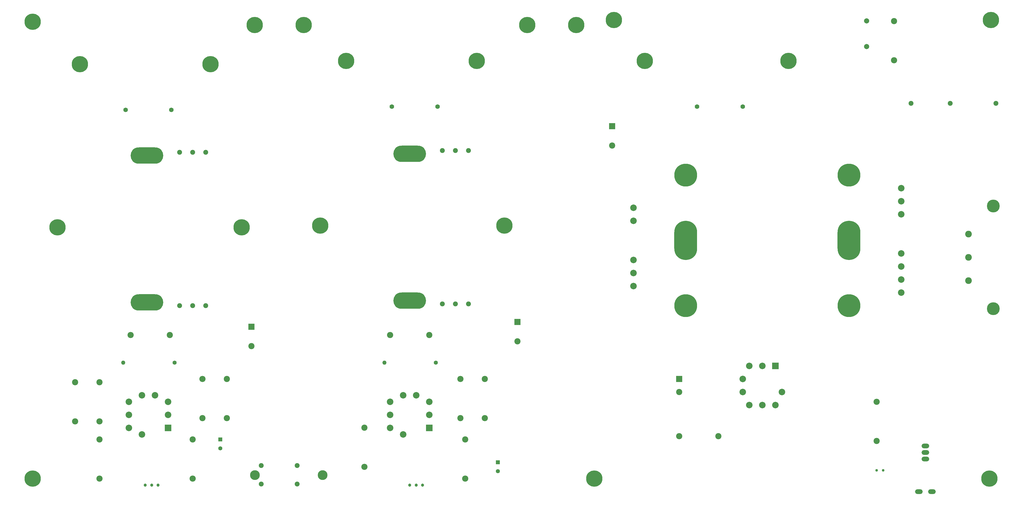
<source format=gbr>
%TF.GenerationSoftware,KiCad,Pcbnew,5.1.8-db9833491~88~ubuntu20.04.1*%
%TF.CreationDate,2021-01-02T16:42:33-05:00*%
%TF.ProjectId,amp,616d702e-6b69-4636-9164-5f7063625858,rev?*%
%TF.SameCoordinates,Original*%
%TF.FileFunction,Soldermask,Top*%
%TF.FilePolarity,Negative*%
%FSLAX46Y46*%
G04 Gerber Fmt 4.6, Leading zero omitted, Abs format (unit mm)*
G04 Created by KiCad (PCBNEW 5.1.8-db9833491~88~ubuntu20.04.1) date 2021-01-02 16:42:33*
%MOMM*%
%LPD*%
G01*
G04 APERTURE LIST*
%ADD10C,6.350000*%
%ADD11C,1.905000*%
%ADD12O,12.700000X6.350000*%
%ADD13O,3.000000X1.800000*%
%ADD14C,5.000000*%
%ADD15C,2.600000*%
%ADD16O,8.890000X15.240000*%
%ADD17C,2.540000*%
%ADD18C,8.890000*%
%ADD19C,1.778000*%
%ADD20C,2.400000*%
%ADD21R,2.400000X2.400000*%
%ADD22C,1.600000*%
%ADD23R,1.600000X1.600000*%
%ADD24R,2.540000X2.540000*%
%ADD25C,3.810000*%
%ADD26O,1.600000X1.600000*%
%ADD27C,2.000000*%
%ADD28C,1.016000*%
%ADD29O,2.400000X2.400000*%
%ADD30C,1.200000*%
G04 APERTURE END LIST*
D10*
%TO.C,H6*%
X408305000Y-34925000D03*
%TD*%
%TO.C,H5*%
X407670000Y-213360000D03*
%TD*%
%TO.C,H4*%
X35560000Y-213360000D03*
%TD*%
%TO.C,H3*%
X261620000Y-34925000D03*
%TD*%
%TO.C,H2*%
X35560000Y-35560000D03*
%TD*%
%TO.C,H1*%
X254000000Y-213360000D03*
%TD*%
D11*
%TO.C,T2*%
X194945000Y-85725000D03*
X200025000Y-85725000D03*
X205105000Y-85725000D03*
X205105000Y-145415000D03*
X200025000Y-145415000D03*
X194945000Y-145415000D03*
D12*
X182245000Y-86995000D03*
X182245000Y-144145000D03*
D10*
X147447000Y-114935000D03*
X219075000Y-114935000D03*
%TD*%
D11*
%TO.C,T1*%
X92710000Y-86360000D03*
X97790000Y-86360000D03*
X102870000Y-86360000D03*
X102870000Y-146050000D03*
X97790000Y-146050000D03*
X92710000Y-146050000D03*
D12*
X80010000Y-87630000D03*
X80010000Y-144780000D03*
D10*
X45212000Y-115570000D03*
X116840000Y-115570000D03*
%TD*%
D13*
%TO.C,SW1*%
X385318000Y-218440000D03*
X380238000Y-218440000D03*
X382778000Y-200660000D03*
X382778000Y-203200000D03*
X382778000Y-205740000D03*
%TD*%
D14*
%TO.C,J1*%
X409242000Y-107254000D03*
X409242000Y-147254000D03*
D15*
X399542000Y-118204000D03*
X399542000Y-127254000D03*
X399542000Y-136304000D03*
%TD*%
D16*
%TO.C,T3*%
X353060000Y-120650000D03*
X289560000Y-120650000D03*
D17*
X373380000Y-125730000D03*
X373380000Y-130810000D03*
X373380000Y-135890000D03*
X373380000Y-140970000D03*
X373380000Y-100330000D03*
X373380000Y-105410000D03*
X373380000Y-110490000D03*
X269240000Y-107950000D03*
X269240000Y-113030000D03*
X269240000Y-128270000D03*
X269240000Y-133350000D03*
X269240000Y-138430000D03*
D18*
X353060000Y-95250000D03*
X289560000Y-95250000D03*
X353060000Y-146050000D03*
X289560000Y-146050000D03*
%TD*%
D10*
%TO.C,LS2*%
X227965000Y-36830000D03*
X247015000Y-36830000D03*
%TD*%
D19*
%TO.C,L1*%
X311785000Y-68580000D03*
X294005000Y-68580000D03*
D10*
X329565000Y-50800000D03*
X273685000Y-50800000D03*
%TD*%
D19*
%TO.C,L2*%
X89535000Y-69850000D03*
X71755000Y-69850000D03*
D10*
X104775000Y-52070000D03*
X53975000Y-52070000D03*
%TD*%
D19*
%TO.C,L3*%
X193040000Y-68580000D03*
X175260000Y-68580000D03*
D10*
X208280000Y-50800000D03*
X157480000Y-50800000D03*
%TD*%
D20*
%TO.C,C6*%
X287020000Y-179625000D03*
D21*
X287020000Y-174625000D03*
%TD*%
D22*
%TO.C,C4*%
X216535000Y-210510000D03*
D23*
X216535000Y-207010000D03*
%TD*%
D17*
%TO.C,U3*%
X327025000Y-179705000D03*
X324485000Y-184785000D03*
X319405000Y-184785000D03*
X314325000Y-184785000D03*
X311785000Y-179705000D03*
X311785000Y-174625000D03*
X314325000Y-169545000D03*
X319405000Y-169545000D03*
D24*
X324485000Y-169545000D03*
%TD*%
D25*
%TO.C,J2*%
X148361400Y-212013800D03*
X122047000Y-212013800D03*
D11*
X138455400Y-215519000D03*
X138455400Y-208280000D03*
X124460000Y-215519000D03*
X124460000Y-208280000D03*
%TD*%
D22*
%TO.C,C1*%
X90805000Y-168275000D03*
D26*
X70805000Y-168275000D03*
%TD*%
D22*
%TO.C,C2*%
X108585000Y-201620000D03*
D23*
X108585000Y-198120000D03*
%TD*%
D26*
%TO.C,C3*%
X172405000Y-168275000D03*
D22*
X192405000Y-168275000D03*
%TD*%
D27*
%TO.C,C5*%
X359918000Y-45212000D03*
X359918000Y-35212000D03*
%TD*%
D21*
%TO.C,C7*%
X260985000Y-76200000D03*
D20*
X260985000Y-83700000D03*
%TD*%
%TO.C,C8*%
X120650000Y-161805000D03*
D21*
X120650000Y-154305000D03*
%TD*%
%TO.C,C9*%
X224155000Y-152400000D03*
D20*
X224155000Y-159900000D03*
%TD*%
D11*
%TO.C,F1*%
X377190000Y-67310000D03*
X392430000Y-67310000D03*
X410210000Y-67310000D03*
%TD*%
D10*
%TO.C,LS1*%
X140970000Y-36830000D03*
X121920000Y-36830000D03*
%TD*%
D28*
%TO.C,NE1*%
X363855000Y-210185000D03*
X366395000Y-210185000D03*
%TD*%
D20*
%TO.C,R1*%
X61595000Y-198120000D03*
D29*
X61595000Y-213360000D03*
%TD*%
%TO.C,R2*%
X73660000Y-157480000D03*
D20*
X88900000Y-157480000D03*
%TD*%
%TO.C,R3*%
X111125000Y-174625000D03*
D29*
X111125000Y-189865000D03*
%TD*%
%TO.C,R4*%
X101600000Y-174625000D03*
D20*
X101600000Y-189865000D03*
%TD*%
%TO.C,R5*%
X97790000Y-198120000D03*
D29*
X97790000Y-213360000D03*
%TD*%
%TO.C,R6*%
X164592000Y-208788000D03*
D20*
X164592000Y-193548000D03*
%TD*%
%TO.C,R7*%
X189865000Y-157480000D03*
D29*
X174625000Y-157480000D03*
%TD*%
%TO.C,R8*%
X211455000Y-189865000D03*
D20*
X211455000Y-174625000D03*
%TD*%
%TO.C,R9*%
X201930000Y-189865000D03*
D29*
X201930000Y-174625000D03*
%TD*%
%TO.C,R10*%
X203835000Y-213360000D03*
D20*
X203835000Y-198120000D03*
%TD*%
%TO.C,R11*%
X370586000Y-35306000D03*
D29*
X370586000Y-50546000D03*
%TD*%
D20*
%TO.C,R12*%
X61595000Y-175895000D03*
D29*
X61595000Y-191135000D03*
%TD*%
%TO.C,R13*%
X52070000Y-191135000D03*
D20*
X52070000Y-175895000D03*
%TD*%
D29*
%TO.C,R14*%
X287020000Y-196850000D03*
D20*
X302260000Y-196850000D03*
%TD*%
%TO.C,R15*%
X363855000Y-198755000D03*
D29*
X363855000Y-183515000D03*
%TD*%
D30*
%TO.C,RV1*%
X79375000Y-215900000D03*
X81875000Y-215900000D03*
X84375000Y-215900000D03*
%TD*%
%TO.C,RV2*%
X187245000Y-215900000D03*
X184745000Y-215900000D03*
X182245000Y-215900000D03*
%TD*%
D24*
%TO.C,U1*%
X88265000Y-193675000D03*
D17*
X88265000Y-188595000D03*
X88265000Y-183515000D03*
X83185000Y-180975000D03*
X78105000Y-180975000D03*
X73025000Y-183515000D03*
X73025000Y-188595000D03*
X73025000Y-193675000D03*
X78105000Y-196215000D03*
%TD*%
D24*
%TO.C,U2*%
X189865000Y-193675000D03*
D17*
X189865000Y-188595000D03*
X189865000Y-183515000D03*
X184785000Y-180975000D03*
X179705000Y-180975000D03*
X174625000Y-183515000D03*
X174625000Y-188595000D03*
X174625000Y-193675000D03*
X179705000Y-196215000D03*
%TD*%
M02*

</source>
